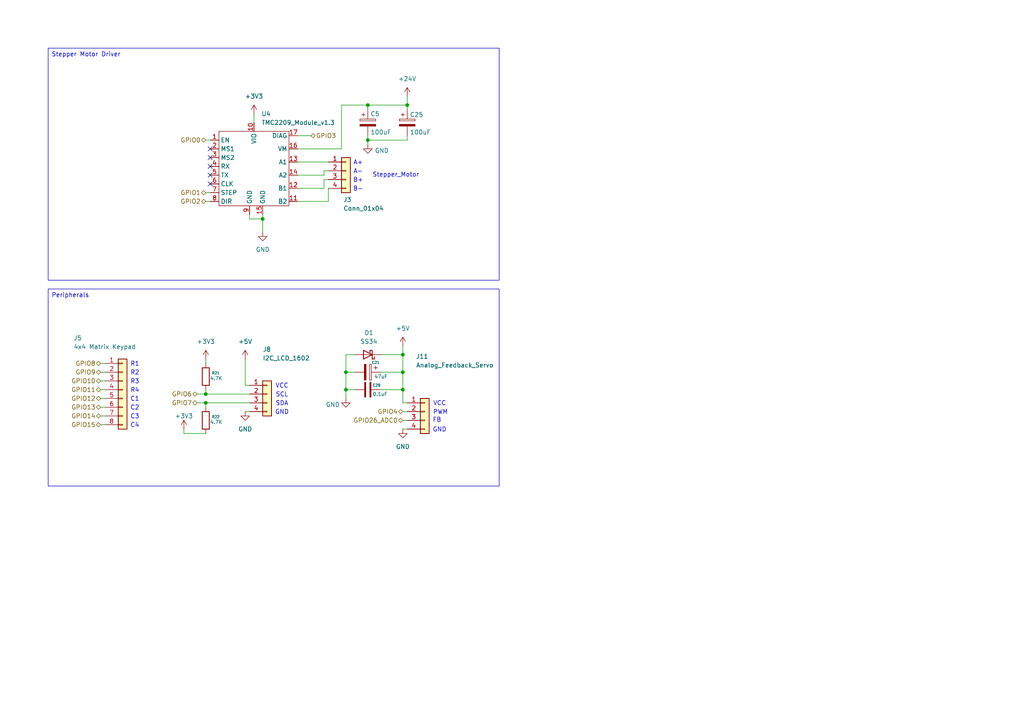
<source format=kicad_sch>
(kicad_sch (version 20250114) (generator "eeschema") (generator_version "9.0")
  (paper "A4")
  (lib_symbols
    (symbol "Connector_Generic:Conn_01x04" (pin_names (offset 1.016) (hide yes))
      (property "Reference" "J" (at 0 5.08 0))
      (property "Value" "Conn_01x04" (at 0 -7.62 0))
      (symbol "Conn_01x04_1_1"
        (rectangle (start -1.27 3.81) (end 1.27 -6.35) (stroke (width 0.254)) (fill (type background)))
        (rectangle (start -1.27 2.667) (end 0 2.413) (stroke (width 0.1524)))
        (rectangle (start -1.27 0.127) (end 0 -0.127) (stroke (width 0.1524)))
        (rectangle (start -1.27 -2.413) (end 0 -2.667) (stroke (width 0.1524)))
        (rectangle (start -1.27 -4.953) (end 0 -5.207) (stroke (width 0.1524)))
        (pin passive line (at -5.08 2.54 0) (length 3.81) (name "Pin_1") (number "1"))
        (pin passive line (at -5.08 0 0) (length 3.81) (name "Pin_2") (number "2"))
        (pin passive line (at -5.08 -2.54 0) (length 3.81) (name "Pin_3") (number "3"))
        (pin passive line (at -5.08 -5.08 0) (length 3.81) (name "Pin_4") (number "4"))
      )
    )
    (symbol "Connector_Generic:Conn_01x08" (pin_names (offset 1.016) (hide yes))
      (property "Reference" "J" (at 0 10.16 0))
      (property "Value" "Conn_01x08" (at 0 -12.7 0))
      (symbol "Conn_01x08_1_1"
        (rectangle (start -1.27 8.89) (end 1.27 -11.43) (stroke (width 0.254)) (fill (type background)))
        (rectangle (start -1.27 7.747) (end 0 7.493) (stroke (width 0.1524)))
        (rectangle (start -1.27 5.207) (end 0 4.953) (stroke (width 0.1524)))
        (rectangle (start -1.27 2.667) (end 0 2.413) (stroke (width 0.1524)))
        (rectangle (start -1.27 0.127) (end 0 -0.127) (stroke (width 0.1524)))
        (rectangle (start -1.27 -2.413) (end 0 -2.667) (stroke (width 0.1524)))
        (rectangle (start -1.27 -4.953) (end 0 -5.207) (stroke (width 0.1524)))
        (rectangle (start -1.27 -7.493) (end 0 -7.747) (stroke (width 0.1524)))
        (rectangle (start -1.27 -10.033) (end 0 -10.287) (stroke (width 0.1524)))
        (pin passive line (at -5.08 7.62 0) (length 3.81) (name "Pin_1") (number "1"))
        (pin passive line (at -5.08 5.08 0) (length 3.81) (name "Pin_2") (number "2"))
        (pin passive line (at -5.08 2.54 0) (length 3.81) (name "Pin_3") (number "3"))
        (pin passive line (at -5.08 0 0) (length 3.81) (name "Pin_4") (number "4"))
        (pin passive line (at -5.08 -2.54 0) (length 3.81) (name "Pin_5") (number "5"))
        (pin passive line (at -5.08 -5.08 0) (length 3.81) (name "Pin_6") (number "6"))
        (pin passive line (at -5.08 -7.62 0) (length 3.81) (name "Pin_7") (number "7"))
        (pin passive line (at -5.08 -10.16 0) (length 3.81) (name "Pin_8") (number "8"))
      )
    )
    (symbol "Device:C" (pin_numbers (hide yes)) (pin_names (offset 0.254))
      (property "Reference" "C" (at 0.635 2.54 0))
      (property "Value" "C" (at 0.635 -2.54 0))
      (symbol "C_0_1"
        (polyline (pts (xy -2.032 0.762) (xy 2.032 0.762)) (stroke (width 0.508)))
        (polyline (pts (xy -2.032 -0.762) (xy 2.032 -0.762)) (stroke (width 0.508)))
      )
      (symbol "C_1_1"
        (pin passive line (at 0 3.81 270) (length 2.794) (name "~") (number "1"))
        (pin passive line (at 0 -3.81 90) (length 2.794) (name "~") (number "2"))
      )
    )
    (symbol "Device:C_Polarized" (pin_numbers (hide yes)) (pin_names (offset 0.254))
      (property "Reference" "C" (at 0.635 2.54 0))
      (property "Value" "C_Polarized" (at 0.635 -2.54 0))
      (symbol "C_Polarized_0_1"
        (rectangle (start -2.286 0.508) (end 2.286 1.016))
        (polyline (pts (xy -1.778 2.286) (xy -0.762 2.286)))
        (polyline (pts (xy -1.27 2.794) (xy -1.27 1.778)))
        (rectangle (start 2.286 -0.508) (end -2.286 -1.016) (fill (type outline)))
      )
      (symbol "C_Polarized_1_1"
        (pin passive line (at 0 3.81 270) (length 2.794) (name "~") (number "1"))
        (pin passive line (at 0 -3.81 90) (length 2.794) (name "~") (number "2"))
      )
    )
    (symbol "Device:R" (pin_numbers (hide yes)) (pin_names (offset 0))
      (property "Reference" "R" (at 2.032 0 90))
      (property "Value" "R" (at 0 0 90))
      (symbol "R_0_1"
        (rectangle (start -1.016 -2.54) (end 1.016 2.54) (stroke (width 0.254)))
      )
      (symbol "R_1_1"
        (pin passive line (at 0 3.81 270) (length 1.27) (name "~") (number "1"))
        (pin passive line (at 0 -3.81 90) (length 1.27) (name "~") (number "2"))
      )
    )
    (symbol "Diode:SS34" (pin_numbers (hide yes)) (pin_names (offset 1.016) (hide yes))
      (property "Reference" "D" (at 0 2.54 0))
      (property "Value" "SS34" (at 0 -2.54 0))
      (symbol "SS34_0_1"
        (polyline (pts (xy -1.905 0.635) (xy -1.905 1.27) (xy -1.27 1.27) (xy -1.27 -1.27) (xy -0.635 -1.27) (xy -0.635 -0.635)) (stroke (width 0.254)))
        (polyline (pts (xy 1.27 1.27) (xy 1.27 -1.27) (xy -1.27 0) (xy 1.27 1.27)) (stroke (width 0.254)))
        (polyline (pts (xy 1.27 0) (xy -1.27 0)))
      )
      (symbol "SS34_1_1"
        (pin passive line (at -3.81 0 0) (length 2.54) (name "K") (number "1"))
        (pin passive line (at 3.81 0 180) (length 2.54) (name "A") (number "2"))
      )
    )
    (symbol "New_Library:TMC2209"
      (property "Reference" "U" (at 0 0 0))
      (property "Value" "TMC2209_Module_v1.3" (at -14.986 12.954 0))
      (symbol "TMC2209_0_1"
        (rectangle (start -10.16 10.16) (end 10.16 -11.43))
      )
      (symbol "TMC2209_1_1"
        (pin input line (at -12.7 7.62 0) (length 2.54) (name "EN") (number "1"))
        (pin input line (at -12.7 5.08 0) (length 2.54) (name "MS1") (number "2"))
        (pin input line (at -12.7 2.54 0) (length 2.54) (name "MS2") (number "3"))
        (pin bidirectional line (at -12.7 0 0) (length 2.54) (name "RX") (number "4"))
        (pin bidirectional line (at -12.7 -2.54 0) (length 2.54) (name "TX") (number "5"))
        (pin input line (at -12.7 -5.08 0) (length 2.54) (name "CLK") (number "6"))
        (pin input line (at -12.7 -7.62 0) (length 2.54) (name "STEP") (number "7"))
        (pin input line (at -12.7 -10.16 0) (length 2.54) (name "DIR") (number "8"))
        (pin power_in line (at -1.27 -13.97 90) (length 2.54) (name "GND") (number "9"))
        (pin power_in line (at 0 12.7 270) (length 2.54) (name "VIO") (number "10"))
        (pin power_in line (at 2.54 -13.97 90) (length 2.54) (name "GND") (number "15"))
        (pin open_collector line (at 12.7 8.89 180) (length 2.54) (name "DIAG") (number "17"))
        (pin power_in line (at 12.7 5.08 180) (length 2.54) (name "VM") (number "16"))
        (pin power_out line (at 12.7 1.27 180) (length 2.54) (name "A1") (number "13"))
        (pin power_out line (at 12.7 -2.54 180) (length 2.54) (name "A2") (number "14"))
        (pin power_out line (at 12.7 -6.35 180) (length 2.54) (name "B1") (number "12"))
        (pin power_out line (at 12.7 -10.16 180) (length 2.54) (name "B2") (number "11"))
      )
    )
    (symbol "power:+24V" (power) (pin_numbers (hide yes)) (pin_names (offset 0) (hide yes))
      (property "Value" "+24V" (at 0 3.556 0))
      (symbol "+24V_0_1"
        (polyline (pts (xy -0.762 1.27) (xy 0 2.54)))
        (polyline (pts (xy 0 2.54) (xy 0.762 1.27)))
        (polyline (pts (xy 0 0) (xy 0 2.54)))
      )
      (symbol "+24V_1_1"
        (pin power_in line (at 0 0 90) (length 0) (name "~") (number "1"))
      )
    )
    (symbol "power:+3V3" (power) (pin_numbers (hide yes)) (pin_names (offset 0) (hide yes))
      (property "Value" "+3V3" (at 0 3.556 0))
      (symbol "+3V3_0_1"
        (polyline (pts (xy -0.762 1.27) (xy 0 2.54)))
        (polyline (pts (xy 0 2.54) (xy 0.762 1.27)))
        (polyline (pts (xy 0 0) (xy 0 2.54)))
      )
      (symbol "+3V3_1_1"
        (pin power_in line (at 0 0 90) (length 0) (name "~") (number "1"))
      )
    )
    (symbol "power:+5V" (power) (pin_numbers (hide yes)) (pin_names (offset 0) (hide yes))
      (property "Value" "+5V" (at 0 3.556 0))
      (symbol "+5V_0_1"
        (polyline (pts (xy -0.762 1.27) (xy 0 2.54)))
        (polyline (pts (xy 0 2.54) (xy 0.762 1.27)))
        (polyline (pts (xy 0 0) (xy 0 2.54)))
      )
      (symbol "+5V_1_1"
        (pin power_in line (at 0 0 90) (length 0) (name "~") (number "1"))
      )
    )
    (symbol "power:GND" (power) (pin_numbers (hide yes)) (pin_names (offset 0) (hide yes))
      (property "Value" "GND" (at 0 -3.81 0))
      (symbol "GND_0_1"
        (polyline (pts (xy 0 0) (xy 0 -1.27) (xy 1.27 -1.27) (xy 0 -2.54) (xy -1.27 -1.27) (xy 0 -1.27)))
      )
      (symbol "GND_1_1"
        (pin power_in line (at 0 0 270) (length 0) (name "~") (number "1"))
      )
    )
  )
  (text "VCC" (at 81.788 112.014 0) (effects (font (size 1.27 1.27))))
  (text "SDA" (at 81.788 117.094 0) (effects (font (size 1.27 1.27))))
  (text "C1" (at 39.116 115.824 0) (effects (font (size 1.27 1.27))))
  (text "GND" (at 81.788 119.634 0) (effects (font (size 1.27 1.27))))
  (text "FB" (at 126.746 121.92 0) (effects (font (size 1.27 1.27))))
  (text "SCL" (at 81.788 114.554 0) (effects (font (size 1.27 1.27))))
  (text "PWM" (at 127.762 119.634 0) (effects (font (size 1.27 1.27))))
  (text "A+" (at 103.886 47.244 0) (effects (font (size 1.27 1.27))))
  (text "A-" (at 103.886 49.784 0) (effects (font (size 1.27 1.27))))
  (text "B+" (at 103.886 52.324 0) (effects (font (size 1.27 1.27))))
  (text "C2" (at 39.116 118.364 0) (effects (font (size 1.27 1.27))))
  (text "VCC" (at 127.508 117.094 0) (effects (font (size 1.27 1.27))))
  (text "C4" (at 39.116 123.444 0) (effects (font (size 1.27 1.27))))
  (text "R2" (at 39.116 108.204 0) (effects (font (size 1.27 1.27))))
  (text "Stepper_Motor" (at 114.808 50.8 0) (effects (font (size 1.27 1.27))))
  (text "R4" (at 39.116 113.284 0) (effects (font (size 1.27 1.27))))
  (text "C3" (at 39.116 120.904 0) (effects (font (size 1.27 1.27))))
  (text "GND" (at 127.508 124.714 0) (effects (font (size 1.27 1.27))))
  (text "B-" (at 103.886 54.864 0) (effects (font (size 1.27 1.27))))
  (text "R3" (at 39.116 110.744 0) (effects (font (size 1.27 1.27))))
  (text "R1" (at 39.116 105.664 0) (effects (font (size 1.27 1.27))))
  (text_box "Peripherals" (at 13.97 83.82 0) (size 130.81 57.15) (margins 0.9525 0.9525 0.9525 0.9525) (effects (font (size 1.27 1.27)) (justify left top)))
  (text_box "Stepper Motor Driver" (at 13.97 13.97 0) (size 130.81 67.31) (margins 0.9525 0.9525 0.9525 0.9525) (effects (font (size 1.27 1.27)) (justify left top)))
  (junction (at 76.2 63.5))
  (junction (at 59.69 116.84))
  (junction (at 116.84 107.95))
  (junction (at 106.68 30.48))
  (junction (at 116.84 102.87))
  (junction (at 59.69 114.3))
  (junction (at 116.84 113.03))
  (junction (at 100.33 107.95))
  (junction (at 118.11 30.48))
  (junction (at 106.68 40.64))
  (junction (at 100.33 113.03))
  (no_connect (at 60.96 53.34))
  (no_connect (at 60.96 48.26))
  (no_connect (at 60.96 50.8))
  (no_connect (at 60.96 45.72))
  (no_connect (at 60.96 43.18))
  (wire (pts (xy 116.84 124.46) (xy 118.11 124.46)))
  (wire (pts (xy 29.21 110.49) (xy 30.48 110.49)))
  (wire (pts (xy 72.39 63.5) (xy 72.39 62.23)))
  (wire (pts (xy 106.68 41.91) (xy 106.68 40.64)))
  (wire (pts (xy 99.06 30.48) (xy 106.68 30.48)))
  (wire (pts (xy 118.11 27.94) (xy 118.11 30.48)))
  (wire (pts (xy 116.84 107.95) (xy 116.84 113.03)))
  (wire (pts (xy 72.39 111.76) (xy 71.12 111.76)))
  (wire (pts (xy 57.15 116.84) (xy 59.69 116.84)))
  (wire (pts (xy 59.69 55.88) (xy 60.96 55.88)))
  (wire (pts (xy 73.66 33.02) (xy 73.66 35.56)))
  (wire (pts (xy 29.21 105.41) (xy 30.48 105.41)))
  (wire (pts (xy 86.36 39.37) (xy 90.17 39.37)))
  (wire (pts (xy 59.69 40.64) (xy 60.96 40.64)))
  (wire (pts (xy 118.11 40.64) (xy 118.11 39.37)))
  (wire (pts (xy 118.11 30.48) (xy 118.11 31.75)))
  (wire (pts (xy 100.33 107.95) (xy 100.33 113.03)))
  (wire (pts (xy 59.69 104.14) (xy 59.69 105.41)))
  (wire (pts (xy 59.69 114.3) (xy 72.39 114.3)))
  (wire (pts (xy 72.39 63.5) (xy 76.2 63.5)))
  (wire (pts (xy 59.69 113.03) (xy 59.69 114.3)))
  (wire (pts (xy 93.98 52.07) (xy 93.98 54.61)))
  (wire (pts (xy 93.98 49.53) (xy 95.25 49.53)))
  (wire (pts (xy 116.84 121.92) (xy 118.11 121.92)))
  (wire (pts (xy 110.49 107.95) (xy 116.84 107.95)))
  (wire (pts (xy 102.87 102.87) (xy 100.33 102.87)))
  (wire (pts (xy 76.2 62.23) (xy 76.2 63.5)))
  (wire (pts (xy 95.25 54.61) (xy 95.25 58.42)))
  (wire (pts (xy 116.84 102.87) (xy 116.84 107.95)))
  (wire (pts (xy 53.34 124.46) (xy 53.34 125.73)))
  (wire (pts (xy 29.21 118.11) (xy 30.48 118.11)))
  (wire (pts (xy 95.25 58.42) (xy 86.36 58.42)))
  (wire (pts (xy 29.21 120.65) (xy 30.48 120.65)))
  (wire (pts (xy 102.87 107.95) (xy 100.33 107.95)))
  (wire (pts (xy 29.21 115.57) (xy 30.48 115.57)))
  (wire (pts (xy 106.68 40.64) (xy 106.68 39.37)))
  (wire (pts (xy 86.36 43.18) (xy 99.06 43.18)))
  (wire (pts (xy 100.33 113.03) (xy 102.87 113.03)))
  (wire (pts (xy 59.69 116.84) (xy 59.69 118.11)))
  (wire (pts (xy 110.49 113.03) (xy 116.84 113.03)))
  (wire (pts (xy 118.11 30.48) (xy 106.68 30.48)))
  (wire (pts (xy 59.69 116.84) (xy 72.39 116.84)))
  (wire (pts (xy 76.2 63.5) (xy 76.2 67.31)))
  (wire (pts (xy 93.98 54.61) (xy 86.36 54.61)))
  (wire (pts (xy 106.68 40.64) (xy 118.11 40.64)))
  (wire (pts (xy 59.69 58.42) (xy 60.96 58.42)))
  (wire (pts (xy 29.21 123.19) (xy 30.48 123.19)))
  (wire (pts (xy 29.21 107.95) (xy 30.48 107.95)))
  (wire (pts (xy 86.36 46.99) (xy 95.25 46.99)))
  (wire (pts (xy 100.33 113.03) (xy 100.33 115.57)))
  (wire (pts (xy 100.33 102.87) (xy 100.33 107.95)))
  (wire (pts (xy 116.84 113.03) (xy 116.84 116.84)))
  (wire (pts (xy 99.06 43.18) (xy 99.06 30.48)))
  (wire (pts (xy 106.68 30.48) (xy 106.68 31.75)))
  (wire (pts (xy 53.34 125.73) (xy 59.69 125.73)))
  (wire (pts (xy 116.84 119.38) (xy 118.11 119.38)))
  (wire (pts (xy 116.84 116.84) (xy 118.11 116.84)))
  (wire (pts (xy 93.98 52.07) (xy 95.25 52.07)))
  (wire (pts (xy 71.12 119.38) (xy 72.39 119.38)))
  (wire (pts (xy 116.84 100.33) (xy 116.84 102.87)))
  (wire (pts (xy 110.49 102.87) (xy 116.84 102.87)))
  (wire (pts (xy 57.15 114.3) (xy 59.69 114.3)))
  (wire (pts (xy 71.12 104.14) (xy 71.12 111.76)))
  (wire (pts (xy 29.21 113.03) (xy 30.48 113.03)))
  (wire (pts (xy 93.98 50.8) (xy 86.36 50.8)))
  (wire (pts (xy 93.98 49.53) (xy 93.98 50.8)))
  (hierarchical_label "GPIO12" (shape bidirectional) (at 29.21 115.57 180))
  (hierarchical_label "GPIO13" (shape bidirectional) (at 29.21 118.11 180))
  (hierarchical_label "GPIO11" (shape bidirectional) (at 29.21 113.03 180))
  (hierarchical_label "GPIO9" (shape bidirectional) (at 29.21 107.95 180))
  (hierarchical_label "GPIO2" (shape bidirectional) (at 59.69 58.42 180))
  (hierarchical_label "GPIO1" (shape bidirectional) (at 59.69 55.88 180))
  (hierarchical_label "GPIO15" (shape bidirectional) (at 29.21 123.19 180))
  (hierarchical_label "GPIO6" (shape bidirectional) (at 57.15 114.3 180))
  (hierarchical_label "GPIO10" (shape bidirectional) (at 29.21 110.49 180))
  (hierarchical_label "GPIO26_ADC0" (shape bidirectional) (at 116.84 121.92 180))
  (hierarchical_label "GPIO4" (shape bidirectional) (at 116.84 119.38 180))
  (hierarchical_label "GPIO0" (shape bidirectional) (at 59.69 40.64 180))
  (hierarchical_label "GPIO8" (shape bidirectional) (at 29.21 105.41 180))
  (hierarchical_label "GPIO7" (shape bidirectional) (at 57.15 116.84 180))
  (hierarchical_label "GPIO3" (shape bidirectional) (at 90.17 39.37 0))
  (hierarchical_label "GPIO14" (shape bidirectional) (at 29.21 120.65 180))
  (symbol (lib_id "Device:R") (at 59.69 121.92 180) (unit 1)
    (property "Reference" "R22" (at 63.754 120.904 0) (effects (font (size 0.762 0.762)) (justify left)))
    (property "Value" "4.7K" (at 64.516 122.428 0) (effects (font (size 1.016 1.016)) (justify left)))
    (property "Footprint" "Resistor_SMD:R_0402_1005Metric" (effects (hide yes)))
    (property "Description" "Resistor" (effects (hide yes)))
  )
  (symbol (lib_id "power:GND") (at 116.84 124.46 0) (unit 1)
    (property "Reference" "#PWR032" (effects (hide yes)))
    (property "Value" "GND" (at 116.84 129.54 0))
    (property "Description" "Power symbol creates a global label with name \"GND\" , ground" (effects (hide yes)))
  )
  (symbol (lib_id "Device:R") (at 59.69 109.22 180) (unit 1)
    (property "Reference" "R21" (at 63.754 108.204 0) (effects (font (size 0.762 0.762)) (justify left)))
    (property "Value" "4.7K" (at 64.516 109.728 0) (effects (font (size 1.016 1.016)) (justify left)))
    (property "Footprint" "Resistor_SMD:R_0402_1005Metric" (effects (hide yes)))
    (property "Description" "Resistor" (effects (hide yes)))
  )
  (symbol (lib_id "power:+5V") (at 116.84 100.33 0) (unit 1)
    (property "Reference" "#PWR043" (effects (hide yes)))
    (property "Value" "+5V" (at 116.84 95.25 0))
    (property "Description" "Power symbol creates a global label with name \"+5V\"" (effects (hide yes)))
  )
  (symbol (lib_id "power:+5V") (at 71.12 104.14 0) (unit 1)
    (property "Reference" "#PWR038" (effects (hide yes)))
    (property "Value" "+5V" (at 71.12 99.06 0))
    (property "Description" "Power symbol creates a global label with name \"+5V\"" (effects (hide yes)))
  )
  (symbol (lib_id "Connector_Generic:Conn_01x04") (at 123.19 119.38 0) (unit 1)
    (property "Reference" "J11" (at 120.65 103.378 0) (effects (justify left)))
    (property "Value" "Analog_Feedback_Servo" (at 120.65 105.918 0) (effects (justify left)))
    (property "Footprint" "Connector_PinHeader_2.54mm:PinHeader_1x04_P2.54mm_Vertical" (effects (hide yes)))
    (property "Description" "Generic connector, single row, 01x04, script generated (kicad-library-utils/schlib/autogen/connector/)" (effects (hide yes)))
  )
  (symbol (lib_id "Device:C_Polarized") (at 106.68 107.95 270) (unit 1)
    (property "Reference" "C21" (at 108.966 105.156 90) (effects (font (size 0.762 0.762))))
    (property "Value" "47uF" (at 110.49 109.22 90) (effects (font (size 1.016 1.016))))
    (property "Footprint" "Capacitor_SMD:C_0805_2012Metric" (effects (hide yes)))
    (property "Description" "Polarized capacitor" (effects (hide yes)))
  )
  (symbol (lib_id "Device:C_Polarized") (at 118.11 35.56 0) (unit 1)
    (property "Reference" "C25" (at 118.872 33.274 0) (effects (justify left)))
    (property "Value" "100uF" (at 118.872 38.354 0) (effects (justify left)))
    (property "Footprint" "Capacitor_SMD:CP_Elec_6.3x7.7" (effects (hide yes)))
    (property "Description" "Polarized capacitor" (effects (hide yes)))
  )
  (symbol (lib_id "power:GND") (at 100.33 115.57 0) (unit 1)
    (property "Reference" "#PWR034" (effects (hide yes)))
    (property "Value" "GND" (at 96.52 117.348 0))
    (property "Description" "Power symbol creates a global label with name \"GND\" , ground" (effects (hide yes)))
  )
  (symbol (lib_id "Device:C") (at 106.68 113.03 90) (unit 1)
    (property "Reference" "C29" (at 109.22 111.76 90) (effects (font (size 0.762 0.762))))
    (property "Value" "0.1uF" (at 110.236 114.3 90) (effects (font (size 1.016 1.016))))
    (property "Footprint" "Capacitor_SMD:C_0402_1005Metric" (effects (hide yes)))
    (property "Description" "Unpolarized capacitor" (effects (hide yes)))
  )
  (symbol (lib_id "power:GND") (at 76.2 67.31 0) (unit 1)
    (property "Reference" "#PWR035" (effects (hide yes)))
    (property "Value" "GND" (at 76.2 72.39 0))
    (property "Description" "Power symbol creates a global label with name \"GND\" , ground" (effects (hide yes)))
  )
  (symbol (lib_id "power:+3V3") (at 53.34 124.46 0) (unit 1)
    (property "Reference" "#PWR030" (effects (hide yes)))
    (property "Value" "+3V3" (at 53.34 120.65 0))
    (property "Description" "Power symbol creates a global label with name \"+3V3\"" (effects (hide yes)))
  )
  (symbol (lib_id "New_Library:TMC2209") (at 73.66 48.26 0) (unit 1)
    (property "Reference" "U4" (at 75.8033 33.02 0) (effects (justify left)))
    (property "Value" "TMC2209_Module_v1.3" (at 75.8033 35.56 0) (effects (justify left)))
    (property "Footprint" "Library:TMC2209" (effects (hide yes)))
  )
  (symbol (lib_id "power:GND") (at 106.68 41.91 0) (unit 1)
    (property "Reference" "#PWR039" (effects (hide yes)))
    (property "Value" "GND" (at 110.744 43.688 0))
    (property "Description" "Power symbol creates a global label with name \"GND\" , ground" (effects (hide yes)))
  )
  (symbol (lib_id "Device:C_Polarized") (at 106.68 35.56 0) (unit 1)
    (property "Reference" "C5" (at 107.442 33.02 0) (effects (justify left)))
    (property "Value" "100uF" (at 107.442 38.354 0) (effects (justify left)))
    (property "Footprint" "Capacitor_SMD:CP_Elec_6.3x7.7" (effects (hide yes)))
    (property "Description" "Polarized capacitor" (effects (hide yes)))
  )
  (symbol (lib_id "Connector_Generic:Conn_01x04") (at 77.47 114.3 0) (unit 1)
    (property "Reference" "J8" (at 76.2 101.346 0) (effects (justify left)))
    (property "Value" "I2C_LCD_1602" (at 76.2 103.886 0) (effects (justify left)))
    (property "Footprint" "Connector_PinHeader_2.54mm:PinHeader_1x04_P2.54mm_Vertical" (effects (hide yes)))
    (property "Description" "Generic connector, single row, 01x04, script generated (kicad-library-utils/schlib/autogen/connector/)" (effects (hide yes)))
  )
  (symbol (lib_id "power:+3V3") (at 59.69 104.14 0) (unit 1)
    (property "Reference" "#PWR031" (effects (hide yes)))
    (property "Value" "+3V3" (at 59.69 99.06 0))
    (property "Description" "Power symbol creates a global label with name \"+3V3\"" (effects (hide yes)))
  )
  (symbol (lib_id "power:GND") (at 71.12 119.38 0) (unit 1)
    (property "Reference" "#PWR029" (effects (hide yes)))
    (property "Value" "GND" (at 71.12 124.46 0))
    (property "Description" "Power symbol creates a global label with name \"GND\" , ground" (effects (hide yes)))
  )
  (symbol (lib_id "power:+24V") (at 118.11 27.94 0) (unit 1)
    (property "Reference" "#PWR037" (effects (hide yes)))
    (property "Value" "+24V" (at 118.11 22.86 0))
    (property "Description" "Power symbol creates a global label with name \"+24V\"" (effects (hide yes)))
  )
  (symbol (lib_id "Diode:SS34") (at 106.68 102.87 180) (unit 1)
    (property "Reference" "D1" (at 106.9975 96.52 0))
    (property "Value" "SS34" (at 106.9975 99.06 0))
    (property "Footprint" "Diode_SMD:D_SMA" (effects (hide yes)))
    (property "Datasheet" "https://www.vishay.com/docs/88751/ss32.pdf" (effects (hide yes)))
    (property "Description" "40V 3A Schottky Diode, SMA" (effects (hide yes)))
  )
  (symbol (lib_id "Connector_Generic:Conn_01x08") (at 35.56 113.03 0) (unit 1)
    (property "Reference" "J5" (at 21.336 98.044 0) (effects (justify left)))
    (property "Value" "4x4 Matrix Keypad" (at 21.336 100.584 0) (effects (justify left)))
    (property "Footprint" "Connector_PinHeader_2.54mm:PinHeader_1x08_P2.54mm_Vertical" (effects (hide yes)))
    (property "Description" "Generic connector, single row, 01x08, script generated (kicad-library-utils/schlib/autogen/connector/)" (effects (hide yes)))
  )
  (symbol (lib_id "Connector_Generic:Conn_01x04") (at 100.33 49.53 0) (unit 1)
    (property "Reference" "J3" (at 99.568 57.912 0) (effects (justify left)))
    (property "Value" "Conn_01x04" (at 99.568 60.452 0) (effects (justify left)))
    (property "Footprint" "Connector_PinHeader_2.54mm:PinHeader_1x04_P2.54mm_Vertical" (effects (hide yes)))
    (property "Description" "Generic connector, single row, 01x04, script generated (kicad-library-utils/schlib/autogen/connector/)" (effects (hide yes)))
  )
  (symbol (lib_id "power:+3V3") (at 73.66 33.02 0) (unit 1)
    (property "Reference" "#PWR036" (effects (hide yes)))
    (property "Value" "+3V3" (at 73.66 27.94 0))
    (property "Description" "Power symbol creates a global label with name \"+3V3\"" (effects (hide yes)))
  )
)
</source>
